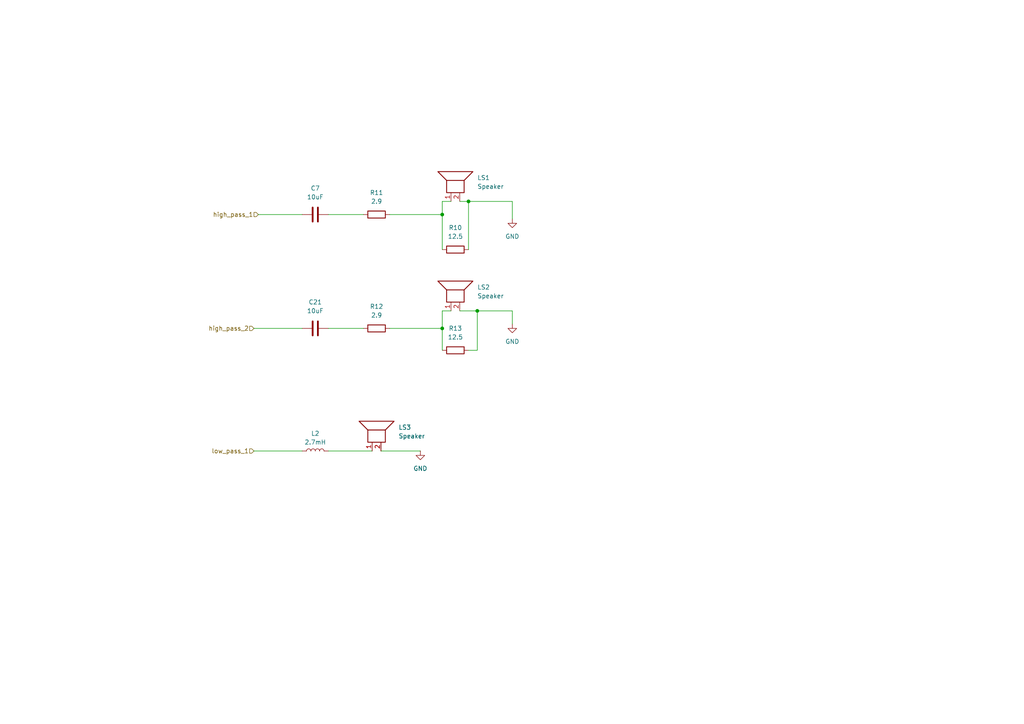
<source format=kicad_sch>
(kicad_sch (version 20231120) (generator "eeschema") (generator_version "8.0")
  (paper "A4")
  (lib_symbols
    (symbol "Device:C" (pin_numbers hide) (pin_names (offset 0.254))
      (property "Reference" "C" (at 0.635 2.54 0))
      (property "Value" "C" (at 0.635 -2.54 0))
      (symbol "C_0_1"
        (polyline (pts (xy -2.032 -0.762) (xy 2.032 -0.762)) (stroke (width 0.508)))
        (polyline (pts (xy -2.032 0.762) (xy 2.032 0.762)) (stroke (width 0.508)))
      )
      (symbol "C_1_1"
        (pin passive line (at 0 3.81 270) (length 2.794) (name "~") (number "1"))
        (pin passive line (at 0 -3.81 90) (length 2.794) (name "~") (number "2"))
      )
    )
    (symbol "Device:L" (pin_numbers hide) (pin_names (offset 1.016) hide)
      (property "Reference" "L" (at -1.27 0 90))
      (property "Value" "L" (at 1.905 0 90))
      (symbol "L_0_1"
        (arc (start 0 -2.54) (mid 0.6323 -1.905) (end 0 -1.27))
        (arc (start 0 -1.27) (mid 0.6323 -0.635) (end 0 0))
        (arc (start 0 0) (mid 0.6323 0.635) (end 0 1.27))
        (arc (start 0 1.27) (mid 0.6323 1.905) (end 0 2.54))
      )
      (symbol "L_1_1"
        (pin passive line (at 0 3.81 270) (length 1.27) (name "1") (number "1"))
        (pin passive line (at 0 -3.81 90) (length 1.27) (name "2") (number "2"))
      )
    )
    (symbol "Device:R" (pin_numbers hide) (pin_names (offset 0))
      (property "Reference" "R" (at 2.032 0 90))
      (property "Value" "R" (at 0 0 90))
      (symbol "R_0_1"
        (rectangle (start -1.016 -2.54) (end 1.016 2.54) (stroke (width 0.254)))
      )
      (symbol "R_1_1"
        (pin passive line (at 0 3.81 270) (length 1.27) (name "~") (number "1"))
        (pin passive line (at 0 -3.81 90) (length 1.27) (name "~") (number "2"))
      )
    )
    (symbol "Device:Speaker" (pin_names (offset 0) hide)
      (property "Reference" "LS" (at 1.27 5.715 0))
      (property "Value" "Speaker" (at 1.27 3.81 0))
      (symbol "Speaker_0_0"
        (rectangle (start -2.54 1.27) (end 1.016 -3.81) (stroke (width 0.254)))
        (polyline (pts (xy 1.016 1.27) (xy 3.556 3.81) (xy 3.556 -6.35) (xy 1.016 -3.81)) (stroke (width 0.254)))
      )
      (symbol "Speaker_1_1"
        (pin input line (at -5.08 0 0) (length 2.54) (name "1") (number "1"))
        (pin input line (at -5.08 -2.54 0) (length 2.54) (name "2") (number "2"))
      )
    )
    (symbol "power:GND" (power) (pin_numbers hide) (pin_names (offset 0) hide)
      (property "Value" "GND" (at 0 -3.81 0))
      (symbol "GND_0_1"
        (polyline (pts (xy 0 0) (xy 0 -1.27) (xy 1.27 -1.27) (xy 0 -2.54) (xy -1.27 -1.27) (xy 0 -1.27)))
      )
      (symbol "GND_1_1"
        (pin power_in line (at 0 0 270) (length 0) (name "~") (number "1"))
      )
    )
  )
  (junction (at 128.27 95.25))
  (junction (at 138.43 90.17))
  (junction (at 135.89 58.42))
  (junction (at 128.27 62.23))
  (wire (pts (xy 73.66 95.25) (xy 87.63 95.25)))
  (wire (pts (xy 128.27 90.17) (xy 128.27 95.25)))
  (wire (pts (xy 95.25 130.81) (xy 107.95 130.81)))
  (wire (pts (xy 130.81 90.17) (xy 128.27 90.17)))
  (wire (pts (xy 128.27 58.42) (xy 128.27 62.23)))
  (wire (pts (xy 135.89 58.42) (xy 148.59 58.42)))
  (wire (pts (xy 138.43 90.17) (xy 148.59 90.17)))
  (wire (pts (xy 130.81 58.42) (xy 128.27 58.42)))
  (wire (pts (xy 74.93 62.23) (xy 87.63 62.23)))
  (wire (pts (xy 133.35 90.17) (xy 138.43 90.17)))
  (wire (pts (xy 113.03 95.25) (xy 128.27 95.25)))
  (wire (pts (xy 138.43 101.6) (xy 138.43 90.17)))
  (wire (pts (xy 128.27 95.25) (xy 128.27 101.6)))
  (wire (pts (xy 95.25 95.25) (xy 105.41 95.25)))
  (wire (pts (xy 73.66 130.81) (xy 87.63 130.81)))
  (wire (pts (xy 128.27 62.23) (xy 128.27 72.39)))
  (wire (pts (xy 135.89 58.42) (xy 135.89 72.39)))
  (wire (pts (xy 95.25 62.23) (xy 105.41 62.23)))
  (wire (pts (xy 135.89 101.6) (xy 138.43 101.6)))
  (wire (pts (xy 133.35 58.42) (xy 135.89 58.42)))
  (wire (pts (xy 148.59 58.42) (xy 148.59 63.5)))
  (wire (pts (xy 110.49 130.81) (xy 121.92 130.81)))
  (wire (pts (xy 113.03 62.23) (xy 128.27 62.23)))
  (wire (pts (xy 148.59 90.17) (xy 148.59 93.98)))
  (hierarchical_label "low_pass_1" (shape input) (at 73.66 130.81 180))
  (hierarchical_label "high_pass_1" (shape input) (at 74.93 62.23 180))
  (hierarchical_label "high_pass_2" (shape input) (at 73.66 95.25 180))
  (symbol (lib_id "Device:L") (at 91.44 130.81 90) (unit 1)
    (property "Reference" "L2" (at 91.44 125.73 90))
    (property "Value" "2.7mH" (at 91.44 128.27 90))
    (property "Description" "Inductor" (effects (hide yes)))
  )
  (symbol (lib_id "Device:Speaker") (at 130.81 85.09 90) (unit 1)
    (property "Reference" "LS2" (at 138.43 83.3119 90) (effects (justify right)))
    (property "Value" "Speaker" (at 138.43 85.8519 90) (effects (justify right)))
    (property "Description" "Speaker" (effects (hide yes)))
  )
  (symbol (lib_id "Device:R") (at 132.08 72.39 90) (unit 1)
    (property "Reference" "R10" (at 132.08 66.04 90))
    (property "Value" "12.5" (at 132.08 68.58 90))
    (property "Description" "Resistor" (effects (hide yes)))
  )
  (symbol (lib_id "Device:C") (at 91.44 62.23 90) (unit 1)
    (property "Reference" "C7" (at 91.44 54.61 90))
    (property "Value" "10uF" (at 91.44 57.15 90))
    (property "Description" "Unpolarized capacitor" (effects (hide yes)))
  )
  (symbol (lib_id "Device:R") (at 109.22 95.25 90) (unit 1)
    (property "Reference" "R12" (at 109.22 88.9 90))
    (property "Value" "2.9" (at 109.22 91.44 90))
    (property "Description" "Resistor" (effects (hide yes)))
  )
  (symbol (lib_id "Device:Speaker") (at 130.81 53.34 90) (unit 1)
    (property "Reference" "LS1" (at 138.43 51.5619 90) (effects (justify right)))
    (property "Value" "Speaker" (at 138.43 54.1019 90) (effects (justify right)))
    (property "Description" "Speaker" (effects (hide yes)))
  )
  (symbol (lib_id "power:GND") (at 148.59 93.98 0) (unit 1)
    (property "Reference" "#PWR021" (effects (hide yes)))
    (property "Value" "GND" (at 148.59 99.06 0))
    (property "Description" "Power symbol creates a global label with name \"GND\" , ground" (effects (hide yes)))
  )
  (symbol (lib_id "Device:C") (at 91.44 95.25 90) (unit 1)
    (property "Reference" "C21" (at 91.44 87.63 90))
    (property "Value" "10uF" (at 91.44 90.17 90))
    (property "Description" "Unpolarized capacitor" (effects (hide yes)))
  )
  (symbol (lib_id "Device:R") (at 132.08 101.6 90) (unit 1)
    (property "Reference" "R13" (at 132.08 95.25 90))
    (property "Value" "12.5" (at 132.08 97.79 90))
    (property "Description" "Resistor" (effects (hide yes)))
  )
  (symbol (lib_id "power:GND") (at 148.59 63.5 0) (unit 1)
    (property "Reference" "#PWR020" (effects (hide yes)))
    (property "Value" "GND" (at 148.59 68.58 0))
    (property "Description" "Power symbol creates a global label with name \"GND\" , ground" (effects (hide yes)))
  )
  (symbol (lib_id "Device:R") (at 109.22 62.23 90) (unit 1)
    (property "Reference" "R11" (at 109.22 55.88 90))
    (property "Value" "2.9" (at 109.22 58.42 90))
    (property "Description" "Resistor" (effects (hide yes)))
  )
  (symbol (lib_id "power:GND") (at 121.92 130.81 0) (unit 1)
    (property "Reference" "#PWR022" (effects (hide yes)))
    (property "Value" "GND" (at 121.92 135.89 0))
    (property "Description" "Power symbol creates a global label with name \"GND\" , ground" (effects (hide yes)))
  )
  (symbol (lib_id "Device:Speaker") (at 107.95 125.73 90) (unit 1)
    (property "Reference" "LS3" (at 115.57 123.9519 90) (effects (justify right)))
    (property "Value" "Speaker" (at 115.57 126.4919 90) (effects (justify right)))
    (property "Description" "Speaker" (effects (hide yes)))
  )
)
</source>
